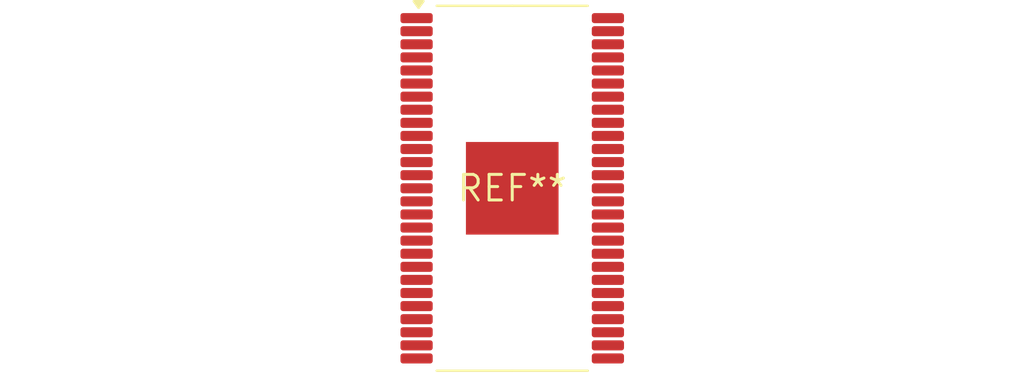
<source format=kicad_pcb>
(kicad_pcb (version 20240108) (generator pcbnew)
  (layers (0 "F.Cu" signal) (31 "B.Cu" signal) (34 "B.Paste" user) (35 "F.Paste" user) (36 "B.SilkS" user "B.Silkscreen") (37 "F.SilkS" user "F.Silkscreen") (38 "B.Mask" user) (39 "F.Mask" user) (44 "Edge.Cuts" user))
  (net 0 "")
  (footprint "HSOP-54-1EP_7.5x17.9mm_P0.65mm_EP4.6x4.6mm" (layer "F.Cu") (at 0 0)
    (property "Reference" "REF**")
    (property "Value" "HSOP-54-1EP_7.5x17.9mm_P0.65mm_EP4.6x4.6mm")
    (fp_line (start 0 -9.06) (end -3.75 -9.06) (layer "F.SilkS") (stroke (width 0.12)))
    (fp_line (start 0 -9.06) (end 3.75 -9.06) (layer "F.SilkS") (stroke (width 0.12)))
    (fp_line (start 0 9.06) (end -3.75 9.06) (layer "F.SilkS") (stroke (width 0.12)))
    (fp_line (start 0 9.06) (end 3.75 9.06) (layer "F.SilkS") (stroke (width 0.12)))
    (fp_poly (pts (xy -4.65 -8.96) (xy -4.89 -9.29) (xy -4.41 -9.29) (xy -4.65 -8.96)) (layer "F.SilkS") (stroke (width 0.12)) (fill solid))
    (pad "1" smd roundrect (at -4.75 -8.45) (size 1.6 0.5) (layers "F.Cu" "F.Paste" "F.Mask"))
    (pad "2" smd roundrect (at -4.75 -7.8) (size 1.6 0.5) (layers "F.Cu" "F.Paste" "F.Mask"))
    (pad "3" smd roundrect (at -4.75 -7.15) (size 1.6 0.5) (layers "F.Cu" "F.Paste" "F.Mask"))
    (pad "4" smd roundrect (at -4.75 -6.5) (size 1.6 0.5) (layers "F.Cu" "F.Paste" "F.Mask"))
    (pad "5" smd roundrect (at -4.75 -5.85) (size 1.6 0.5) (layers "F.Cu" "F.Paste" "F.Mask"))
    (pad "6" smd roundrect (at -4.75 -5.2) (size 1.6 0.5) (layers "F.Cu" "F.Paste" "F.Mask"))
    (pad "7" smd roundrect (at -4.75 -4.55) (size 1.6 0.5) (layers "F.Cu" "F.Paste" "F.Mask"))
    (pad "8" smd roundrect (at -4.75 -3.9) (size 1.6 0.5) (layers "F.Cu" "F.Paste" "F.Mask"))
    (pad "9" smd roundrect (at -4.75 -3.25) (size 1.6 0.5) (layers "F.Cu" "F.Paste" "F.Mask"))
    (pad "10" smd roundrect (at -4.75 -2.6) (size 1.6 0.5) (layers "F.Cu" "F.Paste" "F.Mask"))
    (pad "11" smd roundrect (at -4.75 -1.95) (size 1.6 0.5) (layers "F.Cu" "F.Paste" "F.Mask"))
    (pad "12" smd roundrect (at -4.75 -1.3) (size 1.6 0.5) (layers "F.Cu" "F.Paste" "F.Mask"))
    (pad "13" smd roundrect (at -4.75 -0.65) (size 1.6 0.5) (layers "F.Cu" "F.Paste" "F.Mask"))
    (pad "14" smd roundrect (at -4.75 0) (size 1.6 0.5) (layers "F.Cu" "F.Paste" "F.Mask"))
    (pad "15" smd roundrect (at -4.75 0.65) (size 1.6 0.5) (layers "F.Cu" "F.Paste" "F.Mask"))
    (pad "16" smd roundrect (at -4.75 1.3) (size 1.6 0.5) (layers "F.Cu" "F.Paste" "F.Mask"))
    (pad "17" smd roundrect (at -4.75 1.95) (size 1.6 0.5) (layers "F.Cu" "F.Paste" "F.Mask"))
    (pad "18" smd roundrect (at -4.75 2.6) (size 1.6 0.5) (layers "F.Cu" "F.Paste" "F.Mask"))
    (pad "19" smd roundrect (at -4.75 3.25) (size 1.6 0.5) (layers "F.Cu" "F.Paste" "F.Mask"))
    (pad "20" smd roundrect (at -4.75 3.9) (size 1.6 0.5) (layers "F.Cu" "F.Paste" "F.Mask"))
    (pad "21" smd roundrect (at -4.75 4.55) (size 1.6 0.5) (layers "F.Cu" "F.Paste" "F.Mask"))
    (pad "22" smd roundrect (at -4.75 5.2) (size 1.6 0.5) (layers "F.Cu" "F.Paste" "F.Mask"))
    (pad "23" smd roundrect (at -4.75 5.85) (size 1.6 0.5) (layers "F.Cu" "F.Paste" "F.Mask"))
    (pad "24" smd roundrect (at -4.75 6.5) (size 1.6 0.5) (layers "F.Cu" "F.Paste" "F.Mask"))
    (pad "25" smd roundrect (at -4.75 7.15) (size 1.6 0.5) (layers "F.Cu" "F.Paste" "F.Mask"))
    (pad "26" smd roundrect (at -4.75 7.8) (size 1.6 0.5) (layers "F.Cu" "F.Paste" "F.Mask"))
    (pad "27" smd roundrect (at -4.75 8.45) (size 1.6 0.5) (layers "F.Cu" "F.Paste" "F.Mask"))
    (pad "28" smd roundrect (at 4.75 8.45) (size 1.6 0.5) (layers "F.Cu" "F.Paste" "F.Mask"))
    (pad "29" smd roundrect (at 4.75 7.8) (size 1.6 0.5) (layers "F.Cu" "F.Paste" "F.Mask"))
    (pad "30" smd roundrect (at 4.75 7.15) (size 1.6 0.5) (layers "F.Cu" "F.Paste" "F.Mask"))
    (pad "31" smd roundrect (at 4.75 6.5) (size 1.6 0.5) (layers "F.Cu" "F.Paste" "F.Mask"))
    (pad "32" smd roundrect (at 4.75 5.85) (size 1.6 0.5) (layers "F.Cu" "F.Paste" "F.Mask"))
    (pad "33" smd roundrect (at 4.75 5.2) (size 1.6 0.5) (layers "F.Cu" "F.Paste" "F.Mask"))
    (pad "34" smd roundrect (at 4.75 4.55) (size 1.6 0.5) (layers "F.Cu" "F.Paste" "F.Mask"))
    (pad "35" smd roundrect (at 4.75 3.9) (size 1.6 0.5) (layers "F.Cu" "F.Paste" "F.Mask"))
    (pad "36" smd roundrect (at 4.75 3.25) (size 1.6 0.5) (layers "F.Cu" "F.Paste" "F.Mask"))
    (pad "37" smd roundrect (at 4.75 2.6) (size 1.6 0.5) (layers "F.Cu" "F.Paste" "F.Mask"))
    (pad "38" smd roundrect (at 4.75 1.95) (size 1.6 0.5) (layers "F.Cu" "F.Paste" "F.Mask"))
    (pad "39" smd roundrect (at 4.75 1.3) (size 1.6 0.5) (layers "F.Cu" "F.Paste" "F.Mask"))
    (pad "40" smd roundrect (at 4.75 0.65) (size 1.6 0.5) (layers "F.Cu" "F.Paste" "F.Mask"))
    (pad "41" smd roundrect (at 4.75 0) (size 1.6 0.5) (layers "F.Cu" "F.Paste" "F.Mask"))
    (pad "42" smd roundrect (at 4.75 -0.65) (size 1.6 0.5) (layers "F.Cu" "F.Paste" "F.Mask"))
    (pad "43" smd roundrect (at 4.75 -1.3) (size 1.6 0.5) (layers "F.Cu" "F.Paste" "F.Mask"))
    (pad "44" smd roundrect (at 4.75 -1.95) (size 1.6 0.5) (layers "F.Cu" "F.Paste" "F.Mask"))
    (pad "45" smd roundrect (at 4.75 -2.6) (size 1.6 0.5) (layers "F.Cu" "F.Paste" "F.Mask"))
    (pad "46" smd roundrect (at 4.75 -3.25) (size 1.6 0.5) (layers "F.Cu" "F.Paste" "F.Mask"))
    (pad "47" smd roundrect (at 4.75 -3.9) (size 1.6 0.5) (layers "F.Cu" "F.Paste" "F.Mask"))
    (pad "48" smd roundrect (at 4.75 -4.55) (size 1.6 0.5) (layers "F.Cu" "F.Paste" "F.Mask"))
    (pad "49" smd roundrect (at 4.75 -5.2) (size 1.6 0.5) (layers "F.Cu" "F.Paste" "F.Mask"))
    (pad "50" smd roundrect (at 4.75 -5.85) (size 1.6 0.5) (layers "F.Cu" "F.Paste" "F.Mask"))
    (pad "51" smd roundrect (at 4.75 -6.5) (size 1.6 0.5) (layers "F.Cu" "F.Paste" "F.Mask"))
    (pad "52" smd roundrect (at 4.75 -7.15) (size 1.6 0.5) (layers "F.Cu" "F.Paste" "F.Mask"))
    (pad "53" smd roundrect (at 4.75 -7.8) (size 1.6 0.5) (layers "F.Cu" "F.Paste" "F.Mask"))
    (pad "54" smd roundrect (at 4.75 -8.45) (size 1.6 0.5) (layers "F.Cu" "F.Paste" "F.Mask"))
    (pad "55" smd rect (at 0 0) (size 4.6 4.6) (property pad_prop_heatsink) (layers "F.Cu" "F.Mask"))
  )
)
</source>
